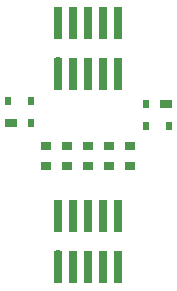
<source format=gtp>
G04*
G04 #@! TF.GenerationSoftware,Altium Limited,Altium Designer,22.7.1 (60)*
G04*
G04 Layer_Color=12040119*
%FSLAX25Y25*%
%MOIN*%
G70*
G04*
G04 #@! TF.SameCoordinates,4E350FCD-7793-4D70-B8A6-44CA439EF18F*
G04*
G04*
G04 #@! TF.FilePolarity,Positive*
G04*
G01*
G75*
%ADD13R,0.03347X0.02756*%
%ADD14R,0.02900X0.11000*%
G04:AMPARAMS|DCode=15|XSize=29mil|YSize=110mil|CornerRadius=7.25mil|HoleSize=0mil|Usage=FLASHONLY|Rotation=0.000|XOffset=0mil|YOffset=0mil|HoleType=Round|Shape=RoundedRectangle|*
%AMROUNDEDRECTD15*
21,1,0.02900,0.09550,0,0,0.0*
21,1,0.01450,0.11000,0,0,0.0*
1,1,0.01450,0.00725,-0.04775*
1,1,0.01450,-0.00725,-0.04775*
1,1,0.01450,-0.00725,0.04775*
1,1,0.01450,0.00725,0.04775*
%
%ADD15ROUNDEDRECTD15*%
%ADD16R,0.02362X0.02756*%
%ADD17R,0.04331X0.03150*%
D13*
X2000Y-571D02*
D03*
Y-7067D02*
D03*
X16000D02*
D03*
Y-571D02*
D03*
X9000Y-7067D02*
D03*
Y-571D02*
D03*
X-4788Y-7067D02*
D03*
Y-571D02*
D03*
X-12000Y-7067D02*
D03*
Y-571D02*
D03*
D14*
X12000Y40500D02*
D03*
X7000D02*
D03*
X2000D02*
D03*
X-3000D02*
D03*
X-8000D02*
D03*
X-3000Y23500D02*
D03*
X2000D02*
D03*
X7000D02*
D03*
X12000D02*
D03*
Y-24000D02*
D03*
X7000D02*
D03*
X2000D02*
D03*
X-3000D02*
D03*
X-8000D02*
D03*
X-3000Y-41000D02*
D03*
X2000D02*
D03*
X7000D02*
D03*
X12000D02*
D03*
D15*
X-8000Y23500D02*
D03*
Y-41000D02*
D03*
D16*
X-24487Y14480D02*
D03*
X-17000D02*
D03*
Y7000D02*
D03*
X29000Y6000D02*
D03*
X21513D02*
D03*
Y13480D02*
D03*
D17*
X-23700Y7000D02*
D03*
X28213Y13480D02*
D03*
M02*

</source>
